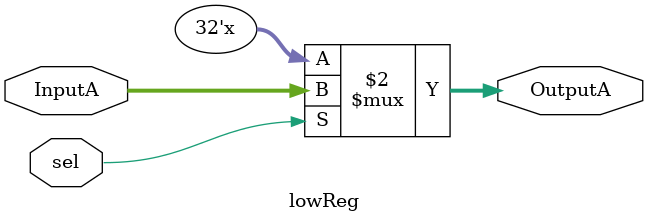
<source format=v>
module lowReg(InputA, OutputA, sel);
	input [31:0] InputA;
	input sel;
	output reg [31:0] OutputA;

	always@(sel) begin
		if(sel)begin
			OutputA <= InputA;
		end
	end
endmodule
</source>
